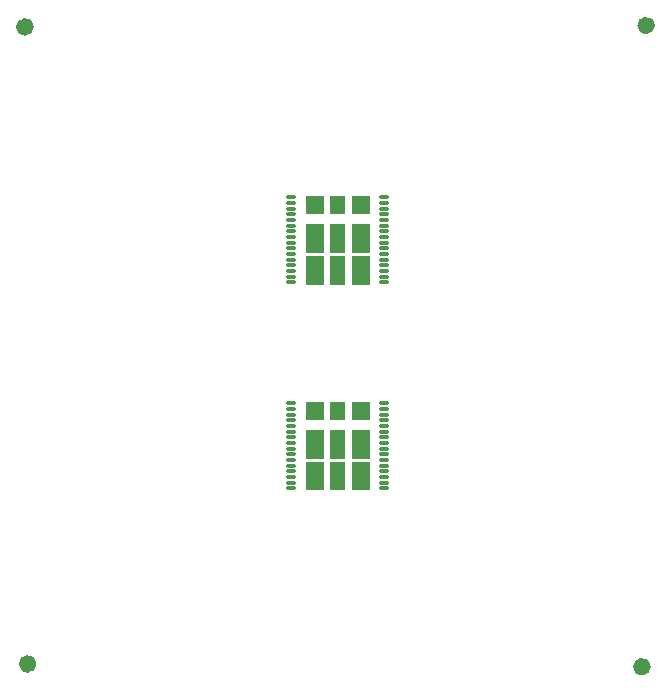
<source format=gbr>
%TF.GenerationSoftware,KiCad,Pcbnew,(6.0.0-0)*%
%TF.CreationDate,2022-06-10T19:58:53-07:00*%
%TF.ProjectId,bitaxe,62697461-7865-42e6-9b69-6361645f7063,rev?*%
%TF.SameCoordinates,Original*%
%TF.FileFunction,Paste,Bot*%
%TF.FilePolarity,Positive*%
%FSLAX46Y46*%
G04 Gerber Fmt 4.6, Leading zero omitted, Abs format (unit mm)*
G04 Created by KiCad (PCBNEW (6.0.0-0)) date 2022-06-10 19:58:53*
%MOMM*%
%LPD*%
G01*
G04 APERTURE LIST*
G04 Aperture macros list*
%AMRoundRect*
0 Rectangle with rounded corners*
0 $1 Rounding radius*
0 $2 $3 $4 $5 $6 $7 $8 $9 X,Y pos of 4 corners*
0 Add a 4 corners polygon primitive as box body*
4,1,4,$2,$3,$4,$5,$6,$7,$8,$9,$2,$3,0*
0 Add four circle primitives for the rounded corners*
1,1,$1+$1,$2,$3*
1,1,$1+$1,$4,$5*
1,1,$1+$1,$6,$7*
1,1,$1+$1,$8,$9*
0 Add four rect primitives between the rounded corners*
20,1,$1+$1,$2,$3,$4,$5,0*
20,1,$1+$1,$4,$5,$6,$7,0*
20,1,$1+$1,$6,$7,$8,$9,0*
20,1,$1+$1,$8,$9,$2,$3,0*%
G04 Aperture macros list end*
%ADD10C,0.750000*%
%ADD11C,0.100000*%
%ADD12RoundRect,0.135000X0.295000X0.000000X-0.295000X0.000000X-0.295000X0.000000X0.295000X0.000000X0*%
G04 APERTURE END LIST*
%TO.C,H6*%
D10*
X63435000Y-103550000D02*
G75*
G03*
X63435000Y-103550000I-375000J0D01*
G01*
%TO.C,H5*%
X63195000Y-49620000D02*
G75*
G03*
X63195000Y-49620000I-375000J0D01*
G01*
%TO.C,H4*%
X115435000Y-103790000D02*
G75*
G03*
X115435000Y-103790000I-375000J0D01*
G01*
%TO.C,H3*%
X115795000Y-49500000D02*
G75*
G03*
X115795000Y-49500000I-375000J0D01*
G01*
D11*
%TO.C,IC1*%
X89850000Y-68650000D02*
X88630000Y-68650000D01*
X88630000Y-68650000D02*
X88630000Y-66350000D01*
X88630000Y-66350000D02*
X89850000Y-66350000D01*
X89850000Y-66350000D02*
X89850000Y-68650000D01*
G36*
X89850000Y-68650000D02*
G01*
X88630000Y-68650000D01*
X88630000Y-66350000D01*
X89850000Y-66350000D01*
X89850000Y-68650000D01*
G37*
X89850000Y-68650000D02*
X88630000Y-68650000D01*
X88630000Y-66350000D01*
X89850000Y-66350000D01*
X89850000Y-68650000D01*
X91950000Y-65350000D02*
X90490000Y-65350000D01*
X90490000Y-65350000D02*
X90490000Y-63950000D01*
X90490000Y-63950000D02*
X91950000Y-63950000D01*
X91950000Y-63950000D02*
X91950000Y-65350000D01*
G36*
X91950000Y-65350000D02*
G01*
X90490000Y-65350000D01*
X90490000Y-63950000D01*
X91950000Y-63950000D01*
X91950000Y-65350000D01*
G37*
X91950000Y-65350000D02*
X90490000Y-65350000D01*
X90490000Y-63950000D01*
X91950000Y-63950000D01*
X91950000Y-65350000D01*
X88090000Y-68650000D02*
X86630000Y-68650000D01*
X86630000Y-68650000D02*
X86630000Y-66350000D01*
X86630000Y-66350000D02*
X88090000Y-66350000D01*
X88090000Y-66350000D02*
X88090000Y-68650000D01*
G36*
X88090000Y-68650000D02*
G01*
X86630000Y-68650000D01*
X86630000Y-66350000D01*
X88090000Y-66350000D01*
X88090000Y-68650000D01*
G37*
X88090000Y-68650000D02*
X86630000Y-68650000D01*
X86630000Y-66350000D01*
X88090000Y-66350000D01*
X88090000Y-68650000D01*
X91950000Y-71350000D02*
X90490000Y-71350000D01*
X90490000Y-71350000D02*
X90490000Y-69050000D01*
X90490000Y-69050000D02*
X91950000Y-69050000D01*
X91950000Y-69050000D02*
X91950000Y-71350000D01*
G36*
X91950000Y-71350000D02*
G01*
X90490000Y-71350000D01*
X90490000Y-69050000D01*
X91950000Y-69050000D01*
X91950000Y-71350000D01*
G37*
X91950000Y-71350000D02*
X90490000Y-71350000D01*
X90490000Y-69050000D01*
X91950000Y-69050000D01*
X91950000Y-71350000D01*
X88090000Y-71350000D02*
X86630000Y-71350000D01*
X86630000Y-71350000D02*
X86630000Y-69050000D01*
X86630000Y-69050000D02*
X88090000Y-69050000D01*
X88090000Y-69050000D02*
X88090000Y-71350000D01*
G36*
X88090000Y-71350000D02*
G01*
X86630000Y-71350000D01*
X86630000Y-69050000D01*
X88090000Y-69050000D01*
X88090000Y-71350000D01*
G37*
X88090000Y-71350000D02*
X86630000Y-71350000D01*
X86630000Y-69050000D01*
X88090000Y-69050000D01*
X88090000Y-71350000D01*
X89850000Y-71350000D02*
X88630000Y-71350000D01*
X88630000Y-71350000D02*
X88630000Y-69050000D01*
X88630000Y-69050000D02*
X89850000Y-69050000D01*
X89850000Y-69050000D02*
X89850000Y-71350000D01*
G36*
X89850000Y-71350000D02*
G01*
X88630000Y-71350000D01*
X88630000Y-69050000D01*
X89850000Y-69050000D01*
X89850000Y-71350000D01*
G37*
X89850000Y-71350000D02*
X88630000Y-71350000D01*
X88630000Y-69050000D01*
X89850000Y-69050000D01*
X89850000Y-71350000D01*
X91950000Y-68650000D02*
X90490000Y-68650000D01*
X90490000Y-68650000D02*
X90490000Y-66350000D01*
X90490000Y-66350000D02*
X91950000Y-66350000D01*
X91950000Y-66350000D02*
X91950000Y-68650000D01*
G36*
X91950000Y-68650000D02*
G01*
X90490000Y-68650000D01*
X90490000Y-66350000D01*
X91950000Y-66350000D01*
X91950000Y-68650000D01*
G37*
X91950000Y-68650000D02*
X90490000Y-68650000D01*
X90490000Y-66350000D01*
X91950000Y-66350000D01*
X91950000Y-68650000D01*
X88090000Y-65350000D02*
X86630000Y-65350000D01*
X86630000Y-65350000D02*
X86630000Y-63950000D01*
X86630000Y-63950000D02*
X88090000Y-63950000D01*
X88090000Y-63950000D02*
X88090000Y-65350000D01*
G36*
X88090000Y-65350000D02*
G01*
X86630000Y-65350000D01*
X86630000Y-63950000D01*
X88090000Y-63950000D01*
X88090000Y-65350000D01*
G37*
X88090000Y-65350000D02*
X86630000Y-65350000D01*
X86630000Y-63950000D01*
X88090000Y-63950000D01*
X88090000Y-65350000D01*
X89850000Y-65350000D02*
X88630000Y-65350000D01*
X88630000Y-65350000D02*
X88630000Y-63950000D01*
X88630000Y-63950000D02*
X89850000Y-63950000D01*
X89850000Y-63950000D02*
X89850000Y-65350000D01*
G36*
X89850000Y-65350000D02*
G01*
X88630000Y-65350000D01*
X88630000Y-63950000D01*
X89850000Y-63950000D01*
X89850000Y-65350000D01*
G37*
X89850000Y-65350000D02*
X88630000Y-65350000D01*
X88630000Y-63950000D01*
X89850000Y-63950000D01*
X89850000Y-65350000D01*
%TO.C,IC2*%
X88090000Y-86090000D02*
X86630000Y-86090000D01*
X86630000Y-86090000D02*
X86630000Y-83790000D01*
X86630000Y-83790000D02*
X88090000Y-83790000D01*
X88090000Y-83790000D02*
X88090000Y-86090000D01*
G36*
X88090000Y-86090000D02*
G01*
X86630000Y-86090000D01*
X86630000Y-83790000D01*
X88090000Y-83790000D01*
X88090000Y-86090000D01*
G37*
X88090000Y-86090000D02*
X86630000Y-86090000D01*
X86630000Y-83790000D01*
X88090000Y-83790000D01*
X88090000Y-86090000D01*
X88090000Y-88790000D02*
X86630000Y-88790000D01*
X86630000Y-88790000D02*
X86630000Y-86490000D01*
X86630000Y-86490000D02*
X88090000Y-86490000D01*
X88090000Y-86490000D02*
X88090000Y-88790000D01*
G36*
X88090000Y-88790000D02*
G01*
X86630000Y-88790000D01*
X86630000Y-86490000D01*
X88090000Y-86490000D01*
X88090000Y-88790000D01*
G37*
X88090000Y-88790000D02*
X86630000Y-88790000D01*
X86630000Y-86490000D01*
X88090000Y-86490000D01*
X88090000Y-88790000D01*
X91950000Y-86090000D02*
X90490000Y-86090000D01*
X90490000Y-86090000D02*
X90490000Y-83790000D01*
X90490000Y-83790000D02*
X91950000Y-83790000D01*
X91950000Y-83790000D02*
X91950000Y-86090000D01*
G36*
X91950000Y-86090000D02*
G01*
X90490000Y-86090000D01*
X90490000Y-83790000D01*
X91950000Y-83790000D01*
X91950000Y-86090000D01*
G37*
X91950000Y-86090000D02*
X90490000Y-86090000D01*
X90490000Y-83790000D01*
X91950000Y-83790000D01*
X91950000Y-86090000D01*
X88090000Y-82790000D02*
X86630000Y-82790000D01*
X86630000Y-82790000D02*
X86630000Y-81390000D01*
X86630000Y-81390000D02*
X88090000Y-81390000D01*
X88090000Y-81390000D02*
X88090000Y-82790000D01*
G36*
X88090000Y-82790000D02*
G01*
X86630000Y-82790000D01*
X86630000Y-81390000D01*
X88090000Y-81390000D01*
X88090000Y-82790000D01*
G37*
X88090000Y-82790000D02*
X86630000Y-82790000D01*
X86630000Y-81390000D01*
X88090000Y-81390000D01*
X88090000Y-82790000D01*
X91950000Y-88790000D02*
X90490000Y-88790000D01*
X90490000Y-88790000D02*
X90490000Y-86490000D01*
X90490000Y-86490000D02*
X91950000Y-86490000D01*
X91950000Y-86490000D02*
X91950000Y-88790000D01*
G36*
X91950000Y-88790000D02*
G01*
X90490000Y-88790000D01*
X90490000Y-86490000D01*
X91950000Y-86490000D01*
X91950000Y-88790000D01*
G37*
X91950000Y-88790000D02*
X90490000Y-88790000D01*
X90490000Y-86490000D01*
X91950000Y-86490000D01*
X91950000Y-88790000D01*
X89850000Y-88790000D02*
X88630000Y-88790000D01*
X88630000Y-88790000D02*
X88630000Y-86490000D01*
X88630000Y-86490000D02*
X89850000Y-86490000D01*
X89850000Y-86490000D02*
X89850000Y-88790000D01*
G36*
X89850000Y-88790000D02*
G01*
X88630000Y-88790000D01*
X88630000Y-86490000D01*
X89850000Y-86490000D01*
X89850000Y-88790000D01*
G37*
X89850000Y-88790000D02*
X88630000Y-88790000D01*
X88630000Y-86490000D01*
X89850000Y-86490000D01*
X89850000Y-88790000D01*
X89850000Y-82790000D02*
X88630000Y-82790000D01*
X88630000Y-82790000D02*
X88630000Y-81390000D01*
X88630000Y-81390000D02*
X89850000Y-81390000D01*
X89850000Y-81390000D02*
X89850000Y-82790000D01*
G36*
X89850000Y-82790000D02*
G01*
X88630000Y-82790000D01*
X88630000Y-81390000D01*
X89850000Y-81390000D01*
X89850000Y-82790000D01*
G37*
X89850000Y-82790000D02*
X88630000Y-82790000D01*
X88630000Y-81390000D01*
X89850000Y-81390000D01*
X89850000Y-82790000D01*
X89850000Y-86090000D02*
X88630000Y-86090000D01*
X88630000Y-86090000D02*
X88630000Y-83790000D01*
X88630000Y-83790000D02*
X89850000Y-83790000D01*
X89850000Y-83790000D02*
X89850000Y-86090000D01*
G36*
X89850000Y-86090000D02*
G01*
X88630000Y-86090000D01*
X88630000Y-83790000D01*
X89850000Y-83790000D01*
X89850000Y-86090000D01*
G37*
X89850000Y-86090000D02*
X88630000Y-86090000D01*
X88630000Y-83790000D01*
X89850000Y-83790000D01*
X89850000Y-86090000D01*
X91950000Y-82790000D02*
X90490000Y-82790000D01*
X90490000Y-82790000D02*
X90490000Y-81390000D01*
X90490000Y-81390000D02*
X91950000Y-81390000D01*
X91950000Y-81390000D02*
X91950000Y-82790000D01*
G36*
X91950000Y-82790000D02*
G01*
X90490000Y-82790000D01*
X90490000Y-81390000D01*
X91950000Y-81390000D01*
X91950000Y-82790000D01*
G37*
X91950000Y-82790000D02*
X90490000Y-82790000D01*
X90490000Y-81390000D01*
X91950000Y-81390000D01*
X91950000Y-82790000D01*
%TD*%
D12*
%TO.C,IC1*%
X93224600Y-64050000D03*
X93224600Y-64530000D03*
X93224600Y-65010000D03*
X93224600Y-65490000D03*
X93224600Y-65970000D03*
X93224600Y-66450000D03*
X93224600Y-66930000D03*
X93224600Y-67410000D03*
X93224600Y-67890000D03*
X93224600Y-68370000D03*
X93224600Y-68850000D03*
X93224600Y-69330000D03*
X93224600Y-69810000D03*
X93224600Y-70290000D03*
X93224600Y-70770000D03*
X93224600Y-71250000D03*
X85355400Y-71250000D03*
X85355400Y-70770000D03*
X85355400Y-70290000D03*
X85355400Y-69810000D03*
X85355400Y-69330000D03*
X85355400Y-68850000D03*
X85355400Y-68370000D03*
X85355400Y-67890000D03*
X85355400Y-67410000D03*
X85355400Y-66930000D03*
X85355400Y-66450000D03*
X85355400Y-65970000D03*
X85355400Y-65490000D03*
X85355400Y-65010000D03*
X85355400Y-64530000D03*
X85355400Y-64050000D03*
%TD*%
%TO.C,IC2*%
X93224600Y-81490000D03*
X93224600Y-81970000D03*
X93224600Y-82450000D03*
X93224600Y-82930000D03*
X93224600Y-83410000D03*
X93224600Y-83890000D03*
X93224600Y-84370000D03*
X93224600Y-84850000D03*
X93224600Y-85330000D03*
X93224600Y-85810000D03*
X93224600Y-86290000D03*
X93224600Y-86770000D03*
X93224600Y-87250000D03*
X93224600Y-87730000D03*
X93224600Y-88210000D03*
X93224600Y-88690000D03*
X85355400Y-88690000D03*
X85355400Y-88210000D03*
X85355400Y-87730000D03*
X85355400Y-87250000D03*
X85355400Y-86770000D03*
X85355400Y-86290000D03*
X85355400Y-85810000D03*
X85355400Y-85330000D03*
X85355400Y-84850000D03*
X85355400Y-84370000D03*
X85355400Y-83890000D03*
X85355400Y-83410000D03*
X85355400Y-82930000D03*
X85355400Y-82450000D03*
X85355400Y-81970000D03*
X85355400Y-81490000D03*
%TD*%
M02*

</source>
